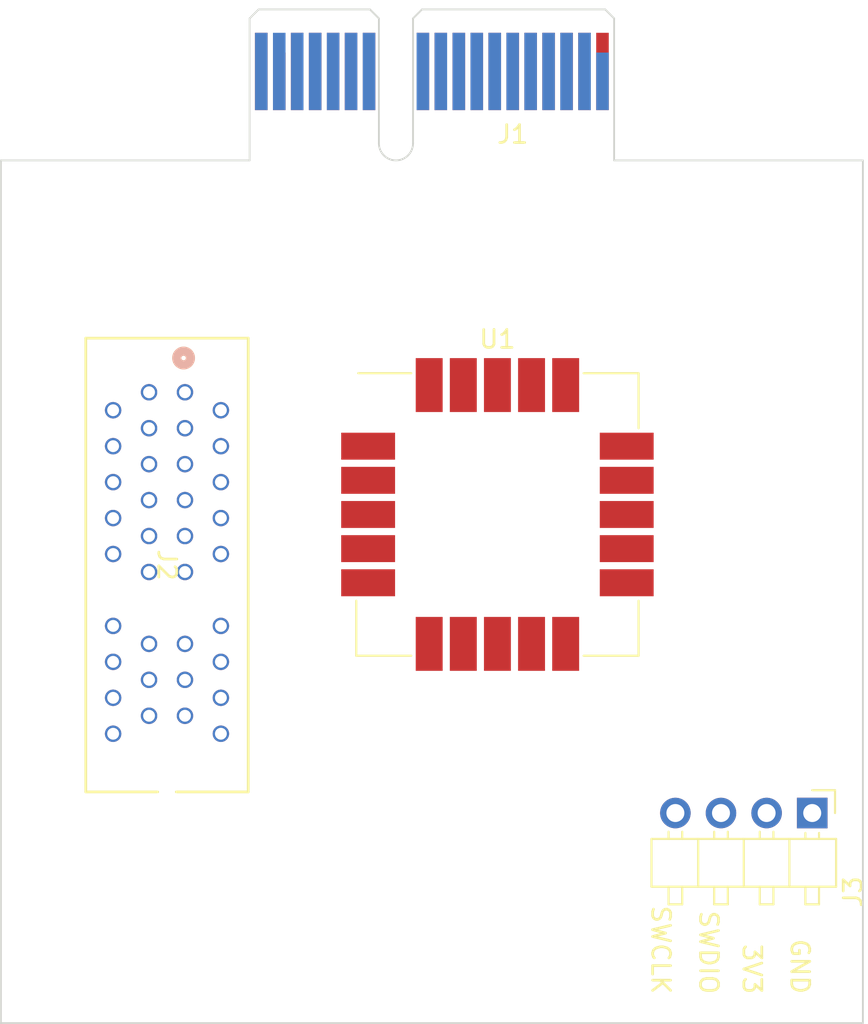
<source format=kicad_pcb>
(kicad_pcb (version 20221018) (generator pcbnew)
  (layers (0 "F.Cu" signal) (1 "In1.Cu" power) (2 "In2.Cu" power) (31 "B.Cu" signal) (34 "B.Paste" user) (35 "F.Paste" user) (36 "B.SilkS" user "B.Silkscreen") (37 "F.SilkS" user "F.Silkscreen") (38 "B.Mask" user) (39 "F.Mask" user) (44 "Edge.Cuts" user))
  (net 0 "")
  (net 1 "Net-(J1-BATT_A-PadA1)")
  (net 2 "Net-(J1-GND_A-PadA3)")
  (net 3 "Net-(J1-3.3V_A-PadA5)")
  (net 4 "Net-(J1-5.0V_A-PadA7)")
  (net 5 "Net-(J1-BATT_B-PadA10)")
  (net 6 "Net-(J1-GND_B-PadA11)")
  (net 7 "Net-(J1-3.3V_B-PadA13)")
  (net 16 "Net-(J2-BATT_A-PadA1)")
  (net 17 "Net-(J2-GND_A-PadA3)")
  (net 18 "Net-(J2-3.3V_A-PadA5)")
  (net 19 "Net-(J2-5.0V_A-PadA7)")
  (net 20 "Net-(J2-BATT_B-PadA10)")
  (net 21 "Net-(J2-GND_B-PadA11)")
  (net 22 "Net-(J2-3.3V_B-PadA13)")
  (net 23 "Net-(U1-GND-Pad1)")
  (footprint "Connector_PCBEdge:BUS_PCIexpress_x1" (layer "F.Cu") (at 219.45 83.650003 180)
    (fp_text reference "J1" (at 5 -3.5) (layer "F.SilkS"))
    (fp_text value "Stack Male Edge Connector")
    (fp_line (start -0.65 -4.95) (end -0.65 2.95) (stroke (width 0.1)) (layer "Edge.Cuts"))
    (fp_line (start -0.65 2.95) (end -0.15 3.45) (stroke (width 0.1)) (layer "Edge.Cuts"))
    (fp_line (start -0.15 3.45) (end 10.05 3.45) (stroke (width 0.1)) (layer "Edge.Cuts"))
    (fp_line (start 10.55 -4) (end 10.55 2.95) (stroke (width 0.1)) (layer "Edge.Cuts"))
    (fp_line (start 10.55 2.95) (end 10.05 3.45) (stroke (width 0.1)) (layer "Edge.Cuts"))
    (fp_line (start 12.45 -4) (end 12.45 2.95) (stroke (width 0.1)) (layer "Edge.Cuts"))
    (fp_line (start 12.45 2.95) (end 12.95 3.45) (stroke (width 0.1)) (layer "Edge.Cuts"))
    (fp_line (start 12.95 3.45) (end 19.15 3.45) (stroke (width 0.1)) (layer "Edge.Cuts"))
    (fp_line (start 19.65 -4.95) (end 19.65 2.95) (stroke (width 0.1)) (layer "Edge.Cuts"))
    (fp_line (start 19.65 2.95) (end 19.15 3.45) (stroke (width 0.1)) (layer "Edge.Cuts"))
    (fp_arc (start 10.55 -4) (mid 11.5 -4.95) (end 12.45 -4) (stroke (width 0.1)) (layer "Edge.Cuts"))
    (pad "A1" connect rect (at 0 -0.55 180) (size 0.7 3.2) (layers "B.Cu" "B.Mask") (net 1 "Net-(J1-BATT_A-PadA1)"))
    (pad "A2" connect rect (at 1 0 180) (size 0.7 4.3) (layers "B.Cu" "B.Mask") (net 1 "Net-(J1-BATT_A-PadA1)"))
    (pad "A3" connect rect (at 2 0 180) (size 0.7 4.3) (layers "B.Cu" "B.Mask") (net 2 "Net-(J1-GND_A-PadA3)"))
    (pad "A4" connect rect (at 3 0 180) (size 0.7 4.3) (layers "B.Cu" "B.Mask") (net 2 "Net-(J1-GND_A-PadA3)"))
    (pad "A5" connect rect (at 4 0 180) (size 0.7 4.3) (layers "B.Cu" "B.Mask") (net 3 "Net-(J1-3.3V_A-PadA5)"))
    (pad "A6" connect rect (at 5 0 180) (size 0.7 4.3) (layers "B.Cu" "B.Mask") (net 2 "Net-(J1-GND_A-PadA3)"))
    (pad "A7" connect rect (at 6 0 180) (size 0.7 4.3) (layers "B.Cu" "B.Mask") (net 4 "Net-(J1-5.0V_A-PadA7)"))
    (pad "A8" connect rect (at 7 0 180) (size 0.7 4.3) (layers "B.Cu" "B.Mask") (net 2 "Net-(J1-GND_A-PadA3)"))
    (pad "A9" connect rect (at 8 0 180) (size 0.7 4.3) (layers "B.Cu" "B.Mask") (net 5 "Net-(J1-BATT_B-PadA10)"))
    (pad "A10" connect rect (at 9 0 180) (size 0.7 4.3) (layers "B.Cu" "B.Mask") (net 5 "Net-(J1-BATT_B-PadA10)"))
    (pad "A11" connect rect (at 10 0 180) (size 0.7 4.3) (layers "B.Cu" "B.Mask") (net 6 "Net-(J1-GND_B-PadA11)"))
    (pad "A12" connect rect (at 13 0 180) (size 0.7 4.3) (layers "B.Cu" "B.Mask") (net 6 "Net-(J1-GND_B-PadA11)"))
    (pad "A13" connect rect (at 14 0 180) (size 0.7 4.3) (layers "B.Cu" "B.Mask") (net 7 "Net-(J1-3.3V_B-PadA13)"))
    (pad "A14" connect rect (at 15 0 180) (size 0.7 4.3) (layers "B.Cu" "B.Mask") (net 6 "Net-(J1-GND_B-PadA11)"))
    (pad "A15" connect rect (at 16 0 180) (size 0.7 4.3) (layers "B.Cu" "B.Mask"))
    (pad "A16" connect rect (at 17 0 180) (size 0.7 4.3) (layers "B.Cu" "B.Mask"))
    (pad "A17" connect rect (at 18 0 180) (size 0.7 4.3) (layers "B.Cu" "B.Mask"))
    (pad "A18" connect rect (at 19 0 180) (size 0.7 4.3) (layers "B.Cu" "B.Mask"))
    (pad "B1" connect rect (at 0 0 180) (size 0.7 4.3) (layers "F.Cu" "F.Mask") (net 1 "Net-(J1-BATT_A-PadA1)"))
    (pad "B2" connect rect (at 1 0 180) (size 0.7 4.3) (layers "F.Cu" "F.Mask") (net 1 "Net-(J1-BATT_A-PadA1)"))
    (pad "B3" connect rect (at 2 0 180) (size 0.7 4.3) (layers "F.Cu" "F.Mask") (net 2 "Net-(J1-GND_A-PadA3)"))
    (pad "B4" connect rect (at 3 0 180) (size 0.7 4.3) (layers "F.Cu" "F.Mask") (net 2 "Net-(J1-GND_A-PadA3)"))
    (pad "B5" connect rect (at 4 0 180) (size 0.7 4.3) (layers "F.Cu" "F.Mask") (net 3 "Net-(J1-3.3V_A-PadA5)"))
    (pad "B6" connect rect (at 5 0 180) (size 0.7 4.3) (layers "F.Cu" "F.Mask") (net 2 "Net-(J1-GND_A-PadA3)"))
    (pad "B7" connect rect (at 6 0 180) (size 0.7 4.3) (layers "F.Cu" "F.Mask") (net 4 "Net-(J1-5.0V_A-PadA7)"))
    (pad "B8" connect rect (at 7 0 180) (size 0.7 4.3) (layers "F.Cu" "F.Mask") (net 2 "Net-(J1-GND_A-PadA3)"))
    (pad "B9" connect rect (at 8 0 180) (size 0.7 4.3) (layers "F.Cu" "F.Mask") (net 5 "Net-(J1-BATT_B-PadA10)"))
    (pad "B10" connect rect (at 9 0 180) (size 0.7 4.3) (layers "F.Cu" "F.Mask") (net 5 "Net-(J1-BATT_B-PadA10)"))
    (pad "B11" connect rect (at 10 0 180) (size 0.7 4.3) (layers "F.Cu" "F.Mask") (net 6 "Net-(J1-GND_B-PadA11)"))
    (pad "B12" connect rect (at 13 0 180) (size 0.7 4.3) (layers "F.Cu" "F.Mask") (net 6 "Net-(J1-GND_B-PadA11)"))
    (pad "B13" connect rect (at 14 0 180) (size 0.7 4.3) (layers "F.Cu" "F.Mask") (net 7 "Net-(J1-3.3V_B-PadA13)"))
    (pad "B14" connect rect (at 15 0 180) (size 0.7 4.3) (layers "F.Cu" "F.Mask") (net 6 "Net-(J1-GND_B-PadA11)"))
    (pad "B15" connect rect (at 16 0 180) (size 0.7 4.3) (layers "F.Cu" "F.Mask"))
    (pad "B16" connect rect (at 17 0 180) (size 0.7 4.3) (layers "F.Cu" "F.Mask"))
    (pad "B17" connect rect (at 18 -0.55 180) (size 0.7 3.2) (layers "F.Cu" "F.Mask"))
    (pad "B18" connect rect (at 19 0 180) (size 0.7 4.3) (layers "F.Cu" "F.Mask"))
  )
  (footprint "footprints:CONN_10018784_AMP" (layer "F.Cu") (at 196.200001 101.499999 -90)
    (fp_text reference "J2" (at 9.6125 1.000201 -90 unlocked) (layer "F.SilkS"))
    (fp_text value "Stack Female Edge Connector")
    (fp_circle (center -1.905 0.0762) (end -1.524 0.0762) (stroke (width 0.508)) (fill none) (layer "B.SilkS"))
    (fp_line (start -3.0113 -3.520999) (end 22.2363 -3.520999) (stroke (width 0.1524)) (layer "F.SilkS"))
    (fp_line (start -3.0113 5.521401) (end -3.0113 -3.520999) (stroke (width 0.1524)) (layer "F.SilkS"))
    (fp_line (start 22.2363 -3.520999) (end 22.2363 0.482926) (stroke (width 0.1524)) (layer "F.SilkS"))
    (fp_line (start 22.2363 1.517076) (end 22.2363 5.521401) (stroke (width 0.1524)) (layer "F.SilkS"))
    (fp_line (start 22.2363 5.521401) (end -3.0113 5.521401) (stroke (width 0.1524)) (layer "F.SilkS"))
    (fp_circle (center -1.905 0.0762) (end -1.524 0.0762) (stroke (width 0.508)) (fill none) (layer "F.SilkS"))
    (pad "" np_thru_hole circle (at 11.65 1.000001 270) (size 2.3876 2.3876) (drill 2.3876) (layers "*.Cu" "*.Mask"))
    (pad "" np_thru_hole circle (at 20.8 1.000001 270) (size 2.3876 2.3876) (drill 2.3876) (layers "*.Cu" "*.Mask"))
    (pad "A1" thru_hole circle (at 0 0 270) (size 0.9144 0.9144) (drill 0.6604) (layers "*.Cu" "*.Mask") (net 16 "Net-(J2-BATT_A-PadA1)"))
    (pad "A2" thru_hole circle (at 0.999999 -1.999999 270) (size 0.9144 0.9144) (drill 0.6604) (layers "*.Cu" "*.Mask") (net 16 "Net-(J2-BATT_A-PadA1)"))
    (pad "A3" thru_hole circle (at 1.999999 0 270) (size 0.9144 0.9144) (drill 0.6604) (layers "*.Cu" "*.Mask") (net 17 "Net-(J2-GND_A-PadA3)"))
    (pad "A4" thru_hole circle (at 3.000001 -1.999999 270) (size 0.9144 0.9144) (drill 0.6604) (layers "*.Cu" "*.Mask") (net 17 "Net-(J2-GND_A-PadA3)"))
    (pad "A5" thru_hole circle (at 4 0 270) (size 0.9144 0.9144) (drill 0.6604) (layers "*.Cu" "*.Mask") (net 18 "Net-(J2-3.3V_A-PadA5)"))
    (pad "A6" thru_hole circle (at 4.999999 -1.999999 270) (size 0.9144 0.9144) (drill 0.6604) (layers "*.Cu" "*.Mask") (net 17 "Net-(J2-GND_A-PadA3)"))
    (pad "A7" thru_hole circle (at 6.000001 0 270) (size 0.9144 0.9144) (drill 0.6604) (layers "*.Cu" "*.Mask") (net 19 "Net-(J2-5.0V_A-PadA7)"))
    (pad "A8" thru_hole circle (at 7 -1.999999 270) (size 0.9144 0.9144) (drill 0.6604) (layers "*.Cu" "*.Mask") (net 17 "Net-(J2-GND_A-PadA3)"))
    (pad "A9" thru_hole circle (at 7.999999 0 270) (size 0.9144 0.9144) (drill 0.6604) (layers "*.Cu" "*.Mask") (net 20 "Net-(J2-BATT_B-PadA10)"))
    (pad "A10" thru_hole circle (at 8.999999 -1.999999 270) (size 0.9144 0.9144) (drill 0.6604) (layers "*.Cu" "*.Mask") (net 20 "Net-(J2-BATT_B-PadA10)"))
    (pad "A11" thru_hole circle (at 10 0 270) (size 0.9144 0.9144) (drill 0.6604) (layers "*.Cu" "*.Mask") (net 21 "Net-(J2-GND_B-PadA11)"))
    (pad "A12" thru_hole circle (at 13 -1.999999 270) (size 0.9144 0.9144) (drill 0.6604) (layers "*.Cu" "*.Mask") (net 21 "Net-(J2-GND_B-PadA11)"))
    (pad "A13" thru_hole circle (at 13.999999 0 270) (size 0.9144 0.9144) (drill 0.6604) (layers "*.Cu" "*.Mask") (net 22 "Net-(J2-3.3V_B-PadA13)"))
    (pad "A14" thru_hole circle (at 15.000001 -1.999999 270) (size 0.9144 0.9144) (drill 0.6604) (layers "*.Cu" "*.Mask") (net 21 "Net-(J2-GND_B-PadA11)"))
    (pad "A15" thru_hole circle (at 16 0 270) (size 0.9144 0.9144) (drill 0.6604) (layers "*.Cu" "*.Mask"))
    (pad "A16" thru_hole circle (at 16.999999 -1.999999 270) (size 0.9144 0.9144) (drill 0.6604) (layers "*.Cu" "*.Mask"))
    (pad "A17" thru_hole circle (at 18.000001 0 270) (size 0.9144 0.9144) (drill 0.6604) (layers "*.Cu" "*.Mask"))
    (pad "A18" thru_hole circle (at 19.000001 -1.999999 270) (size 0.9144 0.9144) (drill 0.6604) (layers "*.Cu" "*.Mask"))
    (pad "B1" thru_hole circle (at -0.000001 2.000001 270) (size 0.9144 0.9144) (drill 0.6604) (layers "*.Cu" "*.Mask") (net 16 "Net-(J2-BATT_A-PadA1)"))
    (pad "B2" thru_hole circle (at 1 4.000002 270) (size 0.9144 0.9144) (drill 0.6604) (layers "*.Cu" "*.Mask") (net 16 "Net-(J2-BATT_A-PadA1)"))
    (pad "B3" thru_hole circle (at 2.000001 2.000001 270) (size 0.9144 0.9144) (drill 0.6604) (layers "*.Cu" "*.Mask") (net 17 "Net-(J2-GND_A-PadA3)"))
    (pad "B4" thru_hole circle (at 2.999999 4.000002 270) (size 0.9144 0.9144) (drill 0.6604) (layers "*.Cu" "*.Mask") (net 17 "Net-(J2-GND_A-PadA3)"))
    (pad "B5" thru_hole circle (at 3.999999 2.000001 270) (size 0.9144 0.9144) (drill 0.6604) (layers "*.Cu" "*.Mask") (net 18 "Net-(J2-3.3V_A-PadA5)"))
    (pad "B6" thru_hole circle (at 5 4.000002 270) (size 0.9144 0.9144) (drill 0.6604) (layers "*.Cu" "*.Mask") (net 17 "Net-(J2-GND_A-PadA3)"))
    (pad "B7" thru_hole circle (at 6 2.000001 270) (size 0.9144 0.9144) (drill 0.6604) (layers "*.Cu" "*.Mask") (net 19 "Net-(J2-5.0V_A-PadA7)"))
    (pad "B8" thru_hole circle (at 7.000001 4.000002 270) (size 0.9144 0.9144) (drill 0.6604) (layers "*.Cu" "*.Mask") (net 17 "Net-(J2-GND_A-PadA3)"))
    (pad "B9" thru_hole circle (at 7.999999 2.000001 270) (size 0.9144 0.9144) (drill 0.6604) (layers "*.Cu" "*.Mask") (net 20 "Net-(J2-BATT_B-PadA10)"))
    (pad "B10" thru_hole circle (at 8.999999 4.000002 270) (size 0.9144 0.9144) (drill 0.6604) (layers "*.Cu" "*.Mask") (net 20 "Net-(J2-BATT_B-PadA10)"))
    (pad "B11" thru_hole circle (at 10 2.000001 270) (size 0.9144 0.9144) (drill 0.6604) (layers "*.Cu" "*.Mask") (net 21 "Net-(J2-GND_B-PadA11)"))
    (pad "B12" thru_hole circle (at 13 4.000002 270) (size 0.9144 0.9144) (drill 0.6604) (layers "*.Cu" "*.Mask") (net 21 "Net-(J2-GND_B-PadA11)"))
    (pad "B13" thru_hole circle (at 14.000001 2.000001 270) (size 0.9144 0.9144) (drill 0.6604) (layers "*.Cu" "*.Mask") (net 22 "Net-(J2-3.3V_B-PadA13)"))
    (pad "B14" thru_hole circle (at 14.999999 4.000002 270) (size 0.9144 0.9144) (drill 0.6604) (layers "*.Cu" "*.Mask") (net 21 "Net-(J2-GND_B-PadA11)"))
    (pad "B15" thru_hole circle (at 15.999999 2.000001 270) (size 0.9144 0.9144) (drill 0.6604) (layers "*.Cu" "*.Mask"))
    (pad "B16" thru_hole circle (at 17 4.000002 270) (size 0.9144 0.9144) (drill 0.6604) (layers "*.Cu" "*.Mask"))
    (pad "B17" thru_hole circle (at 18 2.000001 270) (size 0.9144 0.9144) (drill 0.6604) (layers "*.Cu" "*.Mask"))
    (pad "B18" thru_hole circle (at 19.000001 4.000002 270) (size 0.9144 0.9144) (drill 0.6604) (layers "*.Cu" "*.Mask"))
  )
  (footprint "SWD_Header:SWD_PinHeader_1x04_P2.54mm_Horizontal" (layer "F.Cu") (at 231.13 124.911 -90)
    (fp_text reference "J3" (at 4.385 -2.27 90) (layer "F.SilkS"))
    (fp_text value "SWD_01x04_Pin")
    (fp_text user "GND" (at 10.16 1.27 -90 unlocked) (layer "F.SilkS") (effects (justify right bottom)))
    (fp_text user "SWDIO" (at 10.16 6.35 -90 unlocked) (layer "F.SilkS") (effects (justify right bottom)))
    (fp_text user "3V3" (at 10.16 3.937 -90 unlocked) (layer "F.SilkS") (effects (justify right bottom)))
    (fp_text user "SWCLK" (at 10.16 9.017 -90 unlocked) (layer "F.SilkS") (effects (justify right bottom)))
    (fp_line (start -1.27 -1.27) (end 0 -1.27) (stroke (width 0.12)) (layer "F.SilkS"))
    (fp_line (start -1.27 0) (end -1.27 -1.27) (stroke (width 0.12)) (layer "F.SilkS"))
    (fp_line (start 1.042929 2.16) (end 1.44 2.16) (stroke (width 0.12)) (layer "F.SilkS"))
    (fp_line (start 1.042929 2.92) (end 1.44 2.92) (stroke (width 0.12)) (layer "F.SilkS"))
    (fp_line (start 1.042929 4.7) (end 1.44 4.7) (stroke (width 0.12)) (layer "F.SilkS"))
    (fp_line (start 1.042929 5.46) (end 1.44 5.46) (stroke (width 0.12)) (layer "F.SilkS"))
    (fp_line (start 1.042929 7.24) (end 1.44 7.24) (stroke (width 0.12)) (layer "F.SilkS"))
    (fp_line (start 1.042929 8) (end 1.44 8) (stroke (width 0.12)) (layer "F.SilkS"))
    (fp_line (start 1.11 -0.38) (end 1.44 -0.38) (stroke (width 0.12)) (layer "F.SilkS"))
    (fp_line (start 1.11 0.38) (end 1.44 0.38) (stroke (width 0.12)) (layer "F.SilkS"))
    (fp_line (start 1.44 -1.33) (end 1.44 8.95) (stroke (width 0.12)) (layer "F.SilkS"))
    (fp_line (start 1.44 1.27) (end 4.1 1.27) (stroke (width 0.12)) (layer "F.SilkS"))
    (fp_line (start 1.44 3.81) (end 4.1 3.81) (stroke (width 0.12)) (layer "F.SilkS"))
    (fp_line (start 1.44 6.35) (end 4.1 6.35) (stroke (width 0.12)) (layer "F.SilkS"))
    (fp_line (start 1.44 8.95) (end 4.1 8.95) (stroke (width 0.12)) (layer "F.SilkS"))
    (fp_line (start 4.1 -1.33) (end 1.44 -1.33) (stroke (width 0.12)) (layer "F.SilkS"))
    (fp_line (start 4.1 -0.38) (end 5.08 -0.38) (stroke (width 0.12)) (layer "F.SilkS"))
    (fp_line (start 4.1 2.16) (end 5.08 2.16) (stroke (width 0.12)) (layer "F.SilkS"))
    (fp_line (start 4.1 4.7) (end 5.08 4.7) (stroke (width 0.12)) (layer "F.SilkS"))
    (fp_line (start 4.1 7.24) (end 5.08 7.24) (stroke (width 0.12)) (layer "F.SilkS"))
    (fp_line (start 4.1 8.95) (end 4.1 -1.33) (stroke (width 0.12)) (layer "F.SilkS"))
    (fp_line (start 5.08 -0.38) (end 5.08 0.38) (stroke (width 0.12)) (layer "F.SilkS"))
    (fp_line (start 5.08 0.38) (end 4.1 0.38) (stroke (width 0.12)) (layer "F.SilkS"))
    (fp_line (start 5.08 2.16) (end 5.08 2.92) (stroke (width 0.12)) (layer "F.SilkS"))
    (fp_line (start 5.08 2.92) (end 4.1 2.92) (stroke (width 0.12)) (layer "F.SilkS"))
    (fp_line (start 5.08 4.7) (end 5.08 5.46) (stroke (width 0.12)) (layer "F.SilkS"))
    (fp_line (start 5.08 5.46) (end 4.1 5.46) (stroke (width 0.12)) (layer "F.SilkS"))
    (fp_line (start 5.08 7.24) (end 5.08 8) (stroke (width 0.12)) (layer "F.SilkS"))
    (fp_line (start 5.08 8) (end 4.1 8) (stroke (width 0.12)) (layer "F.SilkS"))
    (pad "1" thru_hole rect (at 0 0 270) (size 1.7 1.7) (drill 1) (layers "*.Cu" "*.Mask"))
    (pad "2" thru_hole oval (at 0 2.54 270) (size 1.7 1.7) (drill 1) (layers "*.Cu" "*.Mask"))
    (pad "3" thru_hole oval (at 0 5.08 270) (size 1.7 1.7) (drill 1) (layers "*.Cu" "*.Mask"))
    (pad "4" thru_hole oval (at 0 7.62 270) (size 1.7 1.7) (drill 1) (layers "*.Cu" "*.Mask"))
  )
  (footprint "RF_GPS:ublox_SAM-M8Q_HandSolder" (layer "F.Cu") (at 213.6 108.3)
    (fp_text reference "U1" (at 0 -9.75) (layer "F.SilkS"))
    (fp_text value "SAM-M8Q")
    (fp_line (start -7.86 4.8) (end -7.86 7.86) (stroke (width 0.12)) (layer "F.SilkS"))
    (fp_line (start -7.86 7.86) (end -4.8 7.86) (stroke (width 0.12)) (layer "F.SilkS"))
    (fp_line (start -7.75 -7.86) (end -4.8 -7.86) (stroke (width 0.12)) (layer "F.SilkS"))
    (fp_line (start 4.8 -7.86) (end 7.86 -7.86) (stroke (width 0.12)) (layer "F.SilkS"))
    (fp_line (start 4.8 7.86) (end 7.86 7.86) (stroke (width 0.12)) (layer "F.SilkS"))
    (fp_line (start 7.86 -7.86) (end 7.86 -4.8) (stroke (width 0.12)) (layer "F.SilkS"))
    (fp_line (start 7.86 4.8) (end 7.86 7.86) (stroke (width 0.12)) (layer "F.SilkS"))
    (pad "1" smd rect (at -7.2 -3.8) (size 3 1.5) (layers "F.Cu" "F.Paste" "F.Mask") (net 23 "Net-(U1-GND-Pad1)"))
    (pad "2" smd rect (at -7.2 -1.9) (size 3 1.5) (layers "F.Cu" "F.Paste" "F.Mask"))
    (pad "3" smd rect (at -7.2 0) (size 3 1.5) (layers "F.Cu" "F.Paste" "F.Mask"))
    (pad "4" smd rect (at -7.2 1.9) (size 3 1.5) (layers "F.Cu" "F.Paste" "F.Mask") (net 23 "Net-(U1-GND-Pad1)"))
    (pad "5" smd rect (at -7.2 3.8) (size 3 1.5) (layers "F.Cu" "F.Paste" "F.Mask") (net 23 "Net-(U1-GND-Pad1)"))
    (pad "6" smd rect (at -3.8 7.2) (size 1.5 3) (layers "F.Cu" "F.Paste" "F.Mask") (net 23 "Net-(U1-GND-Pad1)"))
    (pad "7" smd rect (at -1.9 7.2) (size 1.5 3) (layers "F.Cu" "F.Paste" "F.Mask"))
    (pad "8" smd rect (at 0 7.2) (size 1.5 3) (layers "F.Cu" "F.Paste" "F.Mask"))
    (pad "9" smd rect (at 1.9 7.2) (size 1.5 3) (layers "F.Cu" "F.Paste" "F.Mask"))
    (pad "10" smd rect (at 3.8 7.2) (size 1.5 3) (layers "F.Cu" "F.Paste" "F.Mask") (net 23 "Net-(U1-GND-Pad1)"))
    (pad "11" smd rect (at 7.2 3.8) (size 3 1.5) (layers "F.Cu" "F.Paste" "F.Mask") (net 23 "Net-(U1-GND-Pad1)"))
    (pad "12" smd rect (at 7.2 1.9) (size 3 1.5) (layers "F.Cu" "F.Paste" "F.Mask"))
    (pad "13" smd rect (at 7.2 0) (size 3 1.5) (layers "F.Cu" "F.Paste" "F.Mask"))
    (pad "14" smd rect (at 7.2 -1.9) (size 3 1.5) (layers "F.Cu" "F.Paste" "F.Mask"))
    (pad "15" smd rect (at 7.2 -3.8) (size 3 1.5) (layers "F.Cu" "F.Paste" "F.Mask") (net 23 "Net-(U1-GND-Pad1)"))
    (pad "16" smd rect (at 3.8 -7.2) (size 1.5 3) (layers "F.Cu" "F.Paste" "F.Mask") (net 23 "Net-(U1-GND-Pad1)"))
    (pad "17" smd rect (at 1.9 -7.2) (size 1.5 3) (layers "F.Cu" "F.Paste" "F.Mask"))
    (pad "18" smd rect (at 0 -7.2) (size 1.5 3) (layers "F.Cu" "F.Paste" "F.Mask"))
    (pad "19" smd rect (at -1.9 -7.2) (size 1.5 3) (layers "F.Cu" "F.Paste" "F.Mask"))
    (pad "20" smd rect (at -3.8 -7.2) (size 1.5 3) (layers "F.Cu" "F.Paste" "F.Mask") (net 23 "Net-(U1-GND-Pad1)"))
  )
  (gr_line (start 233.949998 88.600001) (end 233.949999 136.600002) (stroke (width 0.1)) (layer "Edge.Cuts"))
  (gr_line (start 185.949999 136.600002) (end 233.949999 136.600002) (stroke (width 0.1)) (layer "Edge.Cuts"))
  (gr_line (start 233.949998 88.600001) (end 220.099998 88.600002) (stroke (width 0.1)) (layer "Edge.Cuts"))
  (gr_line (start 185.949999 88.600001) (end 199.8 88.6) (stroke (width 0.1)) (layer "Edge.Cuts"))
  (gr_line (start 185.949999 88.600001) (end 185.949999 136.600002) (stroke (width 0.1)) (layer "Edge.Cuts"))
)
</source>
